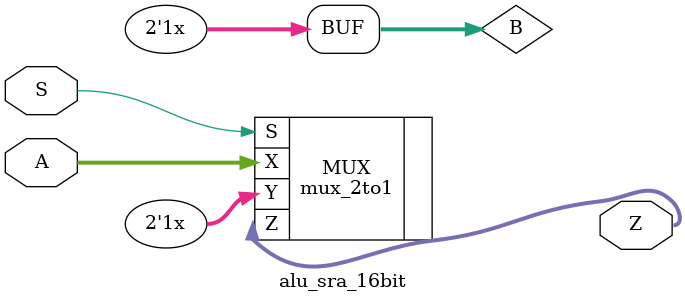
<source format=v>
`timescale 1ns / 1ps
`default_nettype none
module alu_sra_16bit(A, S, Z);

    parameter N = 2;

	//port definitions

	input wire [(N-1):0] A;
	input wire S;
    output wire [(N-1):0] Z;
    wire [(N-1):0] B;

    assign B[N-17:0] = A[N-1:16];
    assign B[N-1:N-16] = 16'hffff;
    
	mux_2to1 #(.N(N)) MUX (.X(A), .Y(B), .S(S), .Z(Z));
endmodule
`default_nettype wire

</source>
